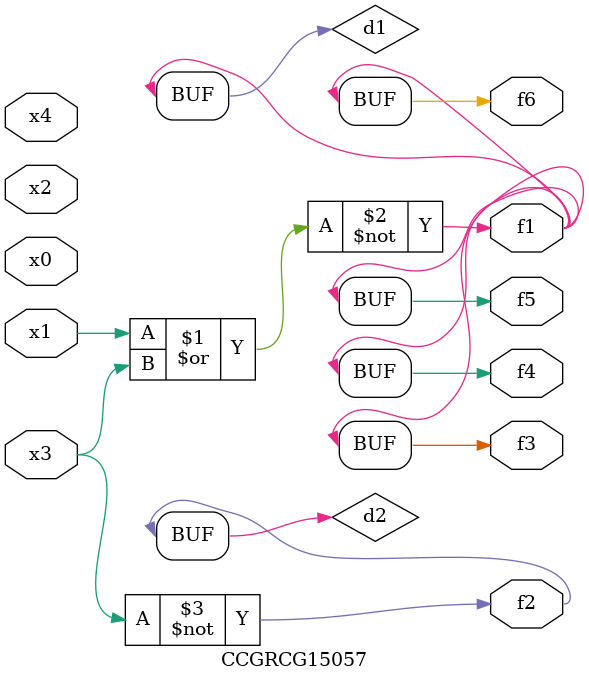
<source format=v>
module CCGRCG15057(
	input x0, x1, x2, x3, x4,
	output f1, f2, f3, f4, f5, f6
);

	wire d1, d2;

	nor (d1, x1, x3);
	not (d2, x3);
	assign f1 = d1;
	assign f2 = d2;
	assign f3 = d1;
	assign f4 = d1;
	assign f5 = d1;
	assign f6 = d1;
endmodule

</source>
